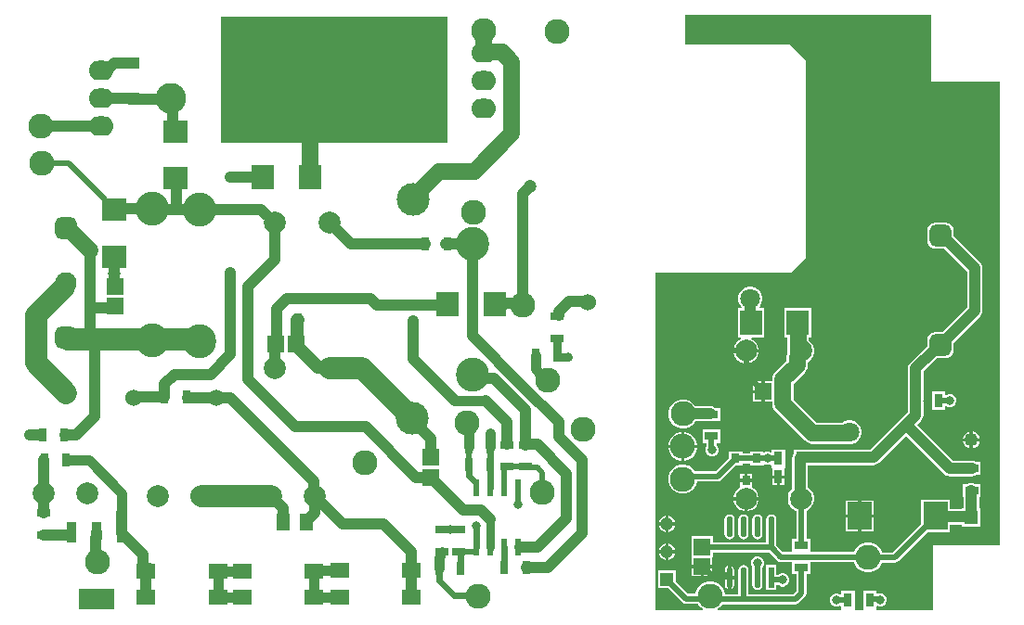
<source format=gbr>
%TF.GenerationSoftware,Altium Limited,Altium Designer,21.6.4 (81)*%
G04 Layer_Physical_Order=2*
G04 Layer_Color=16711680*
%FSLAX43Y43*%
%MOMM*%
%TF.SameCoordinates,100B324C-8CEB-4A13-B8D1-7C84912F4746*%
%TF.FilePolarity,Positive*%
%TF.FileFunction,Copper,L2,Bot,Signal*%
%TF.Part,Single*%
G01*
G75*
%TA.AperFunction,Conductor*%
%ADD15C,2.000*%
%ADD16C,1.500*%
%ADD17C,1.000*%
%ADD18C,0.500*%
%ADD19C,1.200*%
%ADD20C,0.800*%
%TA.AperFunction,ComponentPad*%
%ADD29C,2.000*%
%TA.AperFunction,TestPad*%
%ADD30C,2.000*%
%ADD31C,2.286*%
%TA.AperFunction,ComponentPad*%
%ADD32C,3.000*%
%TA.AperFunction,TestPad*%
%ADD33C,1.524*%
%TA.AperFunction,ComponentPad*%
%ADD34C,2.286*%
%ADD35O,3.000X3.100*%
%TA.AperFunction,TestPad*%
G04:AMPARAMS|DCode=36|XSize=1.95mm|YSize=1.95mm|CornerRadius=0.488mm|HoleSize=0mm|Usage=FLASHONLY|Rotation=270.000|XOffset=0mm|YOffset=0mm|HoleType=Round|Shape=RoundedRectangle|*
%AMROUNDEDRECTD36*
21,1,1.950,0.975,0,0,270.0*
21,1,0.975,1.950,0,0,270.0*
1,1,0.975,-0.488,-0.488*
1,1,0.975,-0.488,0.488*
1,1,0.975,0.488,0.488*
1,1,0.975,0.488,-0.488*
%
%ADD36ROUNDEDRECTD36*%
%ADD37C,1.950*%
%ADD38O,2.286X1.778*%
%ADD39C,4.572*%
%TA.AperFunction,ComponentPad*%
%ADD40C,2.794*%
%ADD41O,2.286X1.778*%
%TA.AperFunction,TestPad*%
%ADD42R,1.200X1.200*%
%ADD43C,1.200*%
%ADD44R,1.250X1.250*%
%ADD45C,1.250*%
%TA.AperFunction,ViaPad*%
%ADD46C,0.800*%
%ADD47C,1.800*%
%ADD48C,1.200*%
%TA.AperFunction,SMDPad,CuDef*%
%ADD49R,0.800X0.900*%
%ADD50R,0.800X1.250*%
%ADD51R,0.600X1.500*%
%ADD52R,2.200X2.500*%
%ADD53R,1.250X0.800*%
%TA.AperFunction,TestPad*%
%ADD54R,2.000X2.300*%
%TA.AperFunction,SMDPad,CuDef*%
%ADD55R,2.300X2.000*%
%ADD56R,1.800X1.450*%
%ADD57R,1.600X1.000*%
%TA.AperFunction,ConnectorPad*%
%ADD58R,3.250X1.900*%
%ADD59R,0.950X1.900*%
%TA.AperFunction,SMDPad,CuDef*%
%ADD60R,0.543X1.874*%
G04:AMPARAMS|DCode=61|XSize=1.874mm|YSize=0.543mm|CornerRadius=0.272mm|HoleSize=0mm|Usage=FLASHONLY|Rotation=90.000|XOffset=0mm|YOffset=0mm|HoleType=Round|Shape=RoundedRectangle|*
%AMROUNDEDRECTD61*
21,1,1.874,0.000,0,0,90.0*
21,1,1.331,0.543,0,0,90.0*
1,1,0.543,0.000,0.665*
1,1,0.543,0.000,-0.665*
1,1,0.543,0.000,-0.665*
1,1,0.543,0.000,0.665*
%
%ADD61ROUNDEDRECTD61*%
%ADD62R,1.556X1.505*%
%ADD63R,1.207X1.508*%
%ADD64R,2.000X2.300*%
%ADD65R,1.505X1.556*%
%TA.AperFunction,Conductor*%
%ADD66C,0.900*%
%ADD67C,0.600*%
%ADD68C,0.300*%
%ADD69C,0.510*%
%ADD70R,2.134X3.023*%
%ADD71R,3.496X3.574*%
%ADD72R,4.434X4.572*%
%ADD73R,3.040X3.937*%
%ADD74R,20.701X11.557*%
%ADD75R,2.479X2.390*%
%ADD76R,2.476X2.286*%
G36*
X84404Y48630D02*
X84455Y48579D01*
X90667D01*
X90667Y6272D01*
X84545D01*
Y331D01*
X79417Y329D01*
X79400Y456D01*
Y650D01*
X79506Y720D01*
X79617Y674D01*
X79855D01*
X80076Y766D01*
X80245Y935D01*
X80336Y1155D01*
Y1394D01*
X80245Y1614D01*
X80076Y1783D01*
X79855Y1874D01*
X79617D01*
X79506Y1828D01*
X79400Y1899D01*
Y2099D01*
X78200D01*
Y456D01*
X78200Y449D01*
X78184Y329D01*
X77416Y329D01*
X77400Y456D01*
Y2099D01*
X76200D01*
Y1811D01*
X76083Y1749D01*
X75862Y1840D01*
X75623D01*
X75403Y1749D01*
X75234Y1580D01*
X75143Y1360D01*
Y1121D01*
X75234Y901D01*
X75403Y732D01*
X75623Y640D01*
X75862D01*
X76083Y732D01*
X76200Y670D01*
Y456D01*
X76200Y449D01*
X76185Y329D01*
X64945Y326D01*
X64911Y453D01*
X65061Y540D01*
X65311Y790D01*
X65353Y862D01*
X71985D01*
X72160Y897D01*
X72309Y996D01*
X72867Y1554D01*
X72966Y1703D01*
X73001Y1879D01*
Y3635D01*
X73368D01*
Y4700D01*
X77346D01*
X77362Y4641D01*
X77538Y4335D01*
X77788Y4085D01*
X78095Y3908D01*
X78436Y3816D01*
X78790D01*
X79131Y3908D01*
X79438Y4085D01*
X79688Y4335D01*
X79864Y4641D01*
X79866Y4647D01*
X81077D01*
X81252Y4682D01*
X81401Y4781D01*
X84086Y7465D01*
X86081D01*
Y8136D01*
X87211D01*
Y7944D01*
X88861D01*
Y9594D01*
X88761D01*
Y10643D01*
X88899D01*
Y11843D01*
X88390D01*
X88238Y11906D01*
X88055Y11930D01*
X87872Y11906D01*
X87720Y11843D01*
X87249D01*
Y10643D01*
X87349D01*
Y9594D01*
X87211D01*
Y9548D01*
X86081D01*
Y10365D01*
X83481D01*
Y8158D01*
X80887Y5564D01*
X79895D01*
X79864Y5678D01*
X79688Y5984D01*
X79438Y6234D01*
X79131Y6411D01*
X78790Y6502D01*
X78436D01*
X78095Y6411D01*
X77788Y6234D01*
X77538Y5984D01*
X77362Y5678D01*
X77346Y5618D01*
X73488D01*
X73368Y5635D01*
X73368Y5745D01*
Y6835D01*
X73001D01*
Y9404D01*
X73237Y9540D01*
X73460Y9763D01*
X73618Y10037D01*
X73700Y10342D01*
Y10658D01*
X73618Y10963D01*
X73460Y11237D01*
X73237Y11460D01*
X73121Y11527D01*
Y12487D01*
Y13563D01*
X79141D01*
X79323Y13587D01*
X79494Y13658D01*
X79640Y13770D01*
X82093Y16223D01*
X85572Y12744D01*
X85718Y12631D01*
X85888Y12561D01*
X86071Y12537D01*
X88074D01*
X88257Y12561D01*
X88427Y12631D01*
X88442Y12643D01*
X88899D01*
Y13843D01*
X88442D01*
X88427Y13854D01*
X88257Y13925D01*
X88074Y13949D01*
X86364D01*
X83091Y17221D01*
X83456Y17586D01*
X83568Y17732D01*
X83638Y17902D01*
X83662Y18085D01*
Y19331D01*
X83646Y19456D01*
X83662Y19581D01*
Y22090D01*
X84907Y23334D01*
X85722D01*
X85901Y23358D01*
X86069Y23427D01*
X86212Y23537D01*
X86322Y23681D01*
X86392Y23848D01*
X86415Y24027D01*
Y24697D01*
X88866Y27148D01*
X88978Y27294D01*
X89049Y27464D01*
X89073Y27647D01*
Y31547D01*
X89049Y31730D01*
X88978Y31900D01*
X88866Y32046D01*
X86415Y34497D01*
Y34984D01*
X86392Y35164D01*
X86322Y35331D01*
X86212Y35474D01*
X86069Y35585D01*
X85901Y35654D01*
X85722Y35677D01*
X84747D01*
X84567Y35654D01*
X84400Y35585D01*
X84257Y35474D01*
X84146Y35331D01*
X84077Y35164D01*
X84053Y34984D01*
Y34009D01*
X84077Y33830D01*
X84146Y33662D01*
X84257Y33519D01*
X84400Y33409D01*
X84567Y33339D01*
X84747Y33316D01*
X85599D01*
X87661Y31254D01*
Y27939D01*
X85417Y25696D01*
X84747D01*
X84567Y25672D01*
X84400Y25603D01*
X84257Y25493D01*
X84146Y25349D01*
X84077Y25182D01*
X84053Y25002D01*
Y24478D01*
X82457Y22881D01*
X82345Y22735D01*
X82274Y22565D01*
X82250Y22382D01*
Y19581D01*
X82267Y19456D01*
X82250Y19331D01*
Y18377D01*
X81594Y17720D01*
X78848Y14975D01*
X73047D01*
Y14998D01*
X71846D01*
Y14582D01*
X71804Y14526D01*
X71733Y14356D01*
X71709Y14173D01*
Y12487D01*
Y11406D01*
X71540Y11237D01*
X71382Y10963D01*
X71300Y10658D01*
Y10342D01*
X71382Y10037D01*
X71540Y9763D01*
X71763Y9540D01*
X72037Y9382D01*
X72084Y9369D01*
Y6835D01*
X71718D01*
X71718Y5635D01*
X71598Y5618D01*
X70875D01*
X70258Y6235D01*
Y7148D01*
X70280Y7259D01*
Y8590D01*
X70244Y8774D01*
X70139Y8930D01*
X69983Y9034D01*
X69799Y9071D01*
X69615Y9034D01*
X69459Y8930D01*
X69355Y8774D01*
X69318Y8590D01*
Y7259D01*
X69340Y7148D01*
Y6504D01*
X64469D01*
Y7071D01*
X62513D01*
Y5166D01*
X62563D01*
Y4467D01*
X63491D01*
X64419D01*
Y5166D01*
X64469D01*
Y5586D01*
X69609D01*
X70361Y4835D01*
X70510Y4735D01*
X70685Y4700D01*
X71718D01*
Y3635D01*
X72084D01*
Y2069D01*
X71795Y1780D01*
X67710D01*
Y2474D01*
X67740Y2627D01*
Y3958D01*
X67704Y4142D01*
X67599Y4298D01*
X67443Y4402D01*
X67259Y4439D01*
X67075Y4402D01*
X66919Y4298D01*
X66815Y4142D01*
X66778Y3958D01*
Y2627D01*
X66792Y2558D01*
Y1780D01*
X65580D01*
Y1791D01*
X65488Y2133D01*
X65311Y2439D01*
X65061Y2689D01*
X64755Y2866D01*
X64413Y2957D01*
X64060D01*
X63718Y2866D01*
X63412Y2689D01*
X63162Y2439D01*
X62985Y2133D01*
X62900Y1816D01*
X62238D01*
X61086Y2968D01*
Y3919D01*
X59486D01*
Y2319D01*
X60437D01*
X61723Y1033D01*
X61872Y933D01*
X62048Y898D01*
X63099D01*
X63162Y790D01*
X63412Y540D01*
X63562Y453D01*
X63528Y326D01*
X59323Y325D01*
X59233Y414D01*
Y530D01*
Y31166D01*
X71653D01*
X72983Y32495D01*
Y38761D01*
X73110Y38778D01*
X73166Y38566D01*
X73337Y38271D01*
X73577Y38031D01*
X73872Y37860D01*
X74201Y37772D01*
X74221D01*
Y39065D01*
Y40358D01*
X74201D01*
X73872Y40270D01*
X73577Y40100D01*
X73337Y39859D01*
X73166Y39564D01*
X73110Y39352D01*
X72983Y39369D01*
X72983Y50563D01*
X71546Y52000D01*
X61951Y52000D01*
X61951Y54667D01*
X84404D01*
Y48630D01*
D02*
G37*
%LPC*%
G36*
X85384Y40621D02*
Y39647D01*
X86359D01*
X86283Y39931D01*
X86135Y40187D01*
X85925Y40397D01*
X85669Y40545D01*
X85384Y40621D01*
D02*
G37*
G36*
X85084Y40621D02*
X84800Y40545D01*
X84544Y40397D01*
X84334Y40187D01*
X84186Y39931D01*
X84110Y39647D01*
X85084D01*
Y40621D01*
D02*
G37*
G36*
X74541Y40358D02*
X74521D01*
Y39215D01*
X75664D01*
Y39235D01*
X75576Y39564D01*
X75406Y39859D01*
X75165Y40100D01*
X74870Y40270D01*
X74541Y40358D01*
D02*
G37*
G36*
X86359Y39347D02*
X85384D01*
Y38372D01*
X85669Y38448D01*
X85925Y38596D01*
X86135Y38806D01*
X86283Y39062D01*
X86359Y39347D01*
D02*
G37*
G36*
X85084D02*
X84110D01*
X84186Y39062D01*
X84334Y38806D01*
X84544Y38596D01*
X84800Y38448D01*
X85084Y38372D01*
Y39347D01*
D02*
G37*
G36*
X75664Y38915D02*
X74521D01*
Y37772D01*
X74541D01*
X74870Y37860D01*
X75165Y38031D01*
X75406Y38271D01*
X75576Y38566D01*
X75664Y38895D01*
Y38915D01*
D02*
G37*
G36*
X85384Y30639D02*
Y29665D01*
X86359D01*
X86283Y29949D01*
X86135Y30206D01*
X85925Y30415D01*
X85669Y30563D01*
X85384Y30639D01*
D02*
G37*
G36*
X85084Y30639D02*
X84800Y30563D01*
X84544Y30415D01*
X84334Y30206D01*
X84186Y29949D01*
X84110Y29665D01*
X85084D01*
Y30639D01*
D02*
G37*
G36*
X60711Y29302D02*
Y28548D01*
X61465D01*
X61410Y28750D01*
X61290Y28958D01*
X61121Y29127D01*
X60913Y29247D01*
X60711Y29302D01*
D02*
G37*
G36*
X60411D02*
X60209Y29247D01*
X60001Y29127D01*
X59831Y28958D01*
X59711Y28750D01*
X59657Y28548D01*
X60411D01*
Y29302D01*
D02*
G37*
G36*
X85084Y29365D02*
X84110D01*
X84186Y29081D01*
X84334Y28824D01*
X84544Y28615D01*
X84800Y28466D01*
X85084Y28390D01*
Y29365D01*
D02*
G37*
G36*
X86359D02*
X85384D01*
Y28390D01*
X85669Y28466D01*
X85925Y28615D01*
X86135Y28824D01*
X86283Y29081D01*
X86359Y29365D01*
D02*
G37*
G36*
X61465Y28248D02*
X60711D01*
Y27494D01*
X60913Y27548D01*
X61121Y27668D01*
X61290Y27838D01*
X61410Y28046D01*
X61465Y28248D01*
D02*
G37*
G36*
X60411D02*
X59657D01*
X59711Y28046D01*
X59831Y27838D01*
X60001Y27668D01*
X60209Y27548D01*
X60411Y27494D01*
Y28248D01*
D02*
G37*
G36*
X68039Y29853D02*
X67749D01*
X67470Y29778D01*
X67219Y29633D01*
X67014Y29428D01*
X66869Y29177D01*
X66794Y28898D01*
Y28608D01*
X66869Y28328D01*
X67014Y28077D01*
X67081Y28010D01*
X67032Y27893D01*
X66729D01*
Y25193D01*
X66985D01*
X67049Y25078D01*
X67046Y25066D01*
X66794Y24920D01*
X66580Y24706D01*
X66428Y24444D01*
X66350Y24151D01*
Y24150D01*
X67500D01*
X68650D01*
Y24151D01*
X68572Y24444D01*
X68420Y24706D01*
X68206Y24920D01*
X67954Y25066D01*
X67951Y25078D01*
X68015Y25193D01*
X69129D01*
Y27893D01*
X68770D01*
X68717Y28020D01*
X68774Y28077D01*
X68919Y28328D01*
X68994Y28608D01*
Y28898D01*
X68919Y29177D01*
X68774Y29428D01*
X68570Y29633D01*
X68319Y29778D01*
X68039Y29853D01*
D02*
G37*
G36*
X68650Y23850D02*
X67650D01*
Y22850D01*
X67651D01*
X67944Y22928D01*
X68206Y23080D01*
X68420Y23294D01*
X68572Y23556D01*
X68650Y23849D01*
Y23850D01*
D02*
G37*
G36*
X67350D02*
X66350D01*
Y23849D01*
X66428Y23556D01*
X66580Y23294D01*
X66794Y23080D01*
X67056Y22928D01*
X67349Y22850D01*
X67350D01*
Y23850D01*
D02*
G37*
G36*
X68901Y21197D02*
X68148D01*
Y20419D01*
X68901D01*
Y21197D01*
D02*
G37*
G36*
Y20119D02*
X68148D01*
Y19341D01*
X68901D01*
Y20119D01*
D02*
G37*
G36*
X85623Y20281D02*
X84423D01*
Y18631D01*
X85623D01*
Y18927D01*
X85750Y18979D01*
X85764Y18965D01*
X85984Y18874D01*
X86223D01*
X86444Y18965D01*
X86612Y19134D01*
X86704Y19354D01*
Y19593D01*
X86612Y19814D01*
X86444Y19982D01*
X86223Y20074D01*
X85984D01*
X85764Y19982D01*
X85750Y19969D01*
X85623Y20020D01*
Y20281D01*
D02*
G37*
G36*
X61924Y19579D02*
X61571D01*
X61229Y19487D01*
X60923Y19311D01*
X60673Y19061D01*
X60496Y18754D01*
X60404Y18413D01*
Y18059D01*
X60496Y17718D01*
X60673Y17411D01*
X60923Y17161D01*
X61229Y16985D01*
X61571Y16893D01*
X61924D01*
X62266Y16985D01*
X62572Y17161D01*
X62822Y17411D01*
X62906Y17557D01*
X64213D01*
X64396Y17581D01*
X64443Y17600D01*
X65163D01*
Y18800D01*
X64662D01*
X64566Y18874D01*
X64396Y18945D01*
X64213Y18969D01*
X62875D01*
X62822Y19061D01*
X62572Y19311D01*
X62266Y19487D01*
X61924Y19579D01*
D02*
G37*
G36*
X88186Y16631D02*
Y16019D01*
X88799D01*
X88759Y16168D01*
X88657Y16345D01*
X88512Y16489D01*
X88336Y16591D01*
X88186Y16631D01*
D02*
G37*
G36*
X87886Y16631D02*
X87737Y16591D01*
X87561Y16489D01*
X87416Y16345D01*
X87314Y16168D01*
X87274Y16019D01*
X87886D01*
Y16631D01*
D02*
G37*
G36*
X73429Y27893D02*
X71029D01*
Y25193D01*
X71280D01*
Y23852D01*
X71227Y23724D01*
X71195Y23476D01*
Y23070D01*
X70177Y22053D01*
X70025Y21855D01*
X69929Y21624D01*
X69896Y21375D01*
Y21197D01*
X69201D01*
Y20269D01*
Y19341D01*
X69896D01*
Y19175D01*
X69929Y18927D01*
X70025Y18696D01*
X70177Y18497D01*
X72893Y15782D01*
X73091Y15629D01*
X73323Y15534D01*
X73571Y15501D01*
X76621D01*
X76792Y15455D01*
X77081D01*
X77361Y15530D01*
X77612Y15675D01*
X77817Y15880D01*
X77962Y16131D01*
X78037Y16410D01*
Y16700D01*
X77962Y16980D01*
X77817Y17231D01*
X77612Y17435D01*
X77361Y17580D01*
X77081Y17655D01*
X76792D01*
X76512Y17580D01*
X76261Y17435D01*
X76243Y17417D01*
X73967D01*
X71813Y19572D01*
Y20267D01*
X71813Y20269D01*
X71813Y20272D01*
Y20979D01*
X72830Y21996D01*
X72983Y22194D01*
X73078Y22426D01*
X73111Y22674D01*
Y22967D01*
X73237Y23040D01*
X73460Y23263D01*
X73618Y23537D01*
X73700Y23842D01*
Y24158D01*
X73618Y24463D01*
X73460Y24737D01*
X73237Y24960D01*
X73197Y24983D01*
Y25193D01*
X73429D01*
Y27893D01*
D02*
G37*
G36*
X61892Y16558D02*
X61872D01*
Y15415D01*
X63015D01*
Y15436D01*
X62927Y15764D01*
X62757Y16059D01*
X62516Y16300D01*
X62221Y16470D01*
X61892Y16558D01*
D02*
G37*
G36*
X61572D02*
X61552D01*
X61223Y16470D01*
X60928Y16300D01*
X60687Y16059D01*
X60517Y15764D01*
X60429Y15436D01*
Y15415D01*
X61572D01*
Y16558D01*
D02*
G37*
G36*
X87886Y15719D02*
X87274D01*
X87314Y15570D01*
X87416Y15393D01*
X87561Y15249D01*
X87737Y15147D01*
X87886Y15107D01*
Y15719D01*
D02*
G37*
G36*
X88799D02*
X88186D01*
Y15107D01*
X88336Y15147D01*
X88512Y15249D01*
X88657Y15393D01*
X88759Y15570D01*
X88799Y15719D01*
D02*
G37*
G36*
X71047Y14998D02*
X69846D01*
Y14793D01*
X69719Y14712D01*
X69571Y14773D01*
X69332D01*
X69180Y14710D01*
X69053Y14789D01*
Y14823D01*
X67853D01*
Y14632D01*
X67153D01*
Y14823D01*
X65953D01*
Y14222D01*
X64734Y13003D01*
X62863D01*
X62797Y13118D01*
X62547Y13368D01*
X62240Y13545D01*
X61899Y13637D01*
X61545D01*
X61204Y13545D01*
X60897Y13368D01*
X60647Y13118D01*
X60471Y12812D01*
X60379Y12470D01*
Y12117D01*
X60471Y11775D01*
X60647Y11469D01*
X60897Y11219D01*
X61204Y11042D01*
X61545Y10951D01*
X61899D01*
X62240Y11042D01*
X62547Y11219D01*
X62797Y11469D01*
X62973Y11775D01*
X63057Y12085D01*
X64924D01*
X65100Y12120D01*
X65248Y12220D01*
X66552Y13523D01*
X67153D01*
Y13714D01*
X67853D01*
Y13523D01*
X69053D01*
Y13557D01*
X69180Y13636D01*
X69332Y13573D01*
X69571D01*
X69719Y13635D01*
X69846Y13553D01*
X69846Y13348D01*
X69896Y13242D01*
X69896Y13221D01*
Y12637D01*
X70996D01*
X70996Y13242D01*
X71047Y13348D01*
X71047Y13368D01*
Y14998D01*
D02*
G37*
G36*
X65163Y16800D02*
X63513D01*
Y15600D01*
X63892D01*
Y15312D01*
X63855Y15275D01*
X63764Y15055D01*
Y14816D01*
X63855Y14595D01*
X64024Y14427D01*
X64244Y14335D01*
X64483D01*
X64703Y14427D01*
X64872Y14595D01*
X64964Y14816D01*
Y15055D01*
X64872Y15275D01*
X64810Y15338D01*
Y15600D01*
X65163D01*
Y16800D01*
D02*
G37*
G36*
X63015Y15115D02*
X61872D01*
Y13972D01*
X61892D01*
X62221Y14061D01*
X62516Y14231D01*
X62757Y14471D01*
X62927Y14766D01*
X63015Y15095D01*
Y15115D01*
D02*
G37*
G36*
X61572D02*
X60429D01*
Y15095D01*
X60517Y14766D01*
X60687Y14471D01*
X60928Y14231D01*
X61223Y14061D01*
X61552Y13972D01*
X61572D01*
Y15115D01*
D02*
G37*
G36*
X68053Y12773D02*
X67653D01*
Y12323D01*
X68053D01*
Y12773D01*
D02*
G37*
G36*
X67353D02*
X66953D01*
Y12323D01*
X67353D01*
Y12773D01*
D02*
G37*
G36*
X70996Y12337D02*
X70596D01*
Y11712D01*
X70996D01*
Y12337D01*
D02*
G37*
G36*
X70297D02*
X69896D01*
Y11712D01*
X70297D01*
Y12337D01*
D02*
G37*
G36*
X68053Y12023D02*
X67503D01*
X66953D01*
Y11573D01*
X66887Y11474D01*
X66794Y11420D01*
X66580Y11206D01*
X66428Y10944D01*
X66350Y10651D01*
Y10650D01*
X67500D01*
X68650D01*
Y10651D01*
X68572Y10944D01*
X68420Y11206D01*
X68206Y11420D01*
X68116Y11472D01*
X68053Y11573D01*
Y12023D01*
D02*
G37*
G36*
X68650Y10350D02*
X67650D01*
Y9350D01*
X67651D01*
X67944Y9428D01*
X68206Y9580D01*
X68420Y9794D01*
X68572Y10056D01*
X68650Y10349D01*
Y10350D01*
D02*
G37*
G36*
X67350D02*
X66350D01*
Y10349D01*
X66428Y10056D01*
X66580Y9794D01*
X66794Y9580D01*
X67056Y9428D01*
X67349Y9350D01*
X67350D01*
Y10350D01*
D02*
G37*
G36*
X79131Y10315D02*
X78031D01*
Y9065D01*
X79131D01*
Y10315D01*
D02*
G37*
G36*
X77731D02*
X76631D01*
Y9065D01*
X77731D01*
Y10315D01*
D02*
G37*
G36*
X60436Y8935D02*
Y8349D01*
X61022D01*
X60985Y8489D01*
X60886Y8660D01*
X60746Y8799D01*
X60575Y8898D01*
X60436Y8935D01*
D02*
G37*
G36*
X60136D02*
X59996Y8898D01*
X59825Y8799D01*
X59686Y8660D01*
X59587Y8489D01*
X59549Y8349D01*
X60136D01*
Y8935D01*
D02*
G37*
G36*
X79131Y8765D02*
X78031D01*
Y7515D01*
X79131D01*
Y8765D01*
D02*
G37*
G36*
X77731D02*
X76631D01*
Y7515D01*
X77731D01*
Y8765D01*
D02*
G37*
G36*
X61022Y8049D02*
X60436D01*
Y7463D01*
X60575Y7500D01*
X60746Y7599D01*
X60886Y7739D01*
X60985Y7910D01*
X61022Y8049D01*
D02*
G37*
G36*
X60136D02*
X59549D01*
X59587Y7910D01*
X59686Y7739D01*
X59825Y7599D01*
X59996Y7500D01*
X60136Y7463D01*
Y8049D01*
D02*
G37*
G36*
X68529Y9071D02*
X68345Y9034D01*
X68189Y8930D01*
X68085Y8774D01*
X68048Y8590D01*
Y7259D01*
X68085Y7075D01*
X68189Y6919D01*
X68345Y6815D01*
X68529Y6779D01*
X68713Y6815D01*
X68869Y6919D01*
X68974Y7075D01*
X69010Y7259D01*
Y8590D01*
X68974Y8774D01*
X68869Y8930D01*
X68713Y9034D01*
X68529Y9071D01*
D02*
G37*
G36*
X67259D02*
X67075Y9034D01*
X66919Y8930D01*
X66815Y8774D01*
X66778Y8590D01*
Y7259D01*
X66815Y7075D01*
X66919Y6919D01*
X67075Y6815D01*
X67259Y6779D01*
X67443Y6815D01*
X67599Y6919D01*
X67704Y7075D01*
X67740Y7259D01*
Y8590D01*
X67704Y8774D01*
X67599Y8930D01*
X67443Y9034D01*
X67259Y9071D01*
D02*
G37*
G36*
X65989D02*
X65805Y9034D01*
X65649Y8930D01*
X65545Y8774D01*
X65508Y8590D01*
Y7259D01*
X65545Y7075D01*
X65649Y6919D01*
X65805Y6815D01*
X65989Y6779D01*
X66173Y6815D01*
X66329Y6919D01*
X66434Y7075D01*
X66470Y7259D01*
Y8590D01*
X66434Y8774D01*
X66329Y8930D01*
X66173Y9034D01*
X65989Y9071D01*
D02*
G37*
G36*
X60436Y6395D02*
Y5809D01*
X61022D01*
X60985Y5949D01*
X60886Y6120D01*
X60746Y6259D01*
X60575Y6358D01*
X60436Y6395D01*
D02*
G37*
G36*
X60136D02*
X59996Y6358D01*
X59825Y6259D01*
X59686Y6120D01*
X59587Y5949D01*
X59549Y5809D01*
X60136D01*
Y6395D01*
D02*
G37*
G36*
X61022Y5509D02*
X60436D01*
Y4923D01*
X60575Y4960D01*
X60746Y5059D01*
X60886Y5199D01*
X60985Y5370D01*
X61022Y5509D01*
D02*
G37*
G36*
X60136D02*
X59549D01*
X59587Y5370D01*
X59686Y5199D01*
X59825Y5059D01*
X59996Y4960D01*
X60136Y4923D01*
Y5509D01*
D02*
G37*
G36*
X66139Y4358D02*
Y3443D01*
X66419D01*
Y3958D01*
X66386Y4123D01*
X66293Y4262D01*
X66154Y4355D01*
X66139Y4358D01*
D02*
G37*
G36*
X65839Y4358D02*
X65825Y4355D01*
X65685Y4262D01*
X65592Y4123D01*
X65559Y3958D01*
Y3443D01*
X65839D01*
Y4358D01*
D02*
G37*
G36*
X64419Y4167D02*
X63641D01*
Y3415D01*
X64419D01*
Y4167D01*
D02*
G37*
G36*
X63341D02*
X62563D01*
Y3415D01*
X63341D01*
Y4167D01*
D02*
G37*
G36*
X70271Y4430D02*
X69328D01*
Y2156D01*
X70271D01*
Y2615D01*
X70448D01*
X70498Y2565D01*
X70719Y2474D01*
X70957D01*
X71178Y2565D01*
X71347Y2734D01*
X71438Y2955D01*
Y3193D01*
X71347Y3414D01*
X71178Y3583D01*
X70957Y3674D01*
X70719D01*
X70498Y3583D01*
X70448Y3533D01*
X70271D01*
Y4430D01*
D02*
G37*
G36*
X65839Y3143D02*
X65559D01*
Y2627D01*
X65592Y2463D01*
X65685Y2323D01*
X65825Y2230D01*
X65839Y2227D01*
Y3143D01*
D02*
G37*
G36*
X66419D02*
X66139D01*
Y2227D01*
X66154Y2230D01*
X66293Y2323D01*
X66386Y2463D01*
X66419Y2627D01*
Y3143D01*
D02*
G37*
G36*
X68649Y5223D02*
X68410D01*
X68189Y5131D01*
X68021Y4963D01*
X67929Y4742D01*
Y4503D01*
X68021Y4283D01*
X68070Y4233D01*
Y4069D01*
X68048Y3958D01*
Y2627D01*
X68085Y2443D01*
X68189Y2287D01*
X68345Y2183D01*
X68529Y2146D01*
X68713Y2183D01*
X68869Y2287D01*
X68974Y2443D01*
X69010Y2627D01*
Y3958D01*
X68988Y4069D01*
Y4233D01*
X69038Y4283D01*
X69129Y4503D01*
Y4742D01*
X69038Y4963D01*
X68869Y5131D01*
X68649Y5223D01*
D02*
G37*
%LPD*%
D15*
X8052Y25029D02*
X17536D01*
X2769Y27252D02*
X5275Y29758D01*
X5642Y25029D02*
X8052D01*
X2769Y22903D02*
Y27252D01*
X24143Y10744D02*
X24194Y10693D01*
X17868Y10744D02*
X24143D01*
X29486Y22384D02*
X32486D01*
X37059Y17811D01*
X2769Y22903D02*
X5500Y20171D01*
D16*
X5500Y35175D02*
X5725Y34950D01*
X5901D01*
X7645Y33206D01*
X5275Y29758D02*
Y29828D01*
X5500Y30053D01*
Y30175D01*
X27728Y39853D02*
Y45466D01*
Y39853D02*
X27762Y39887D01*
X39522Y40386D02*
X42735D01*
X37109Y37973D02*
X39522Y40386D01*
X42735D02*
X46152Y43803D01*
X70855Y19175D02*
X73571Y16459D01*
X76841D02*
X76937Y16555D01*
X73571Y16459D02*
X76841D01*
X70852Y20269D02*
X70855Y20267D01*
Y19175D02*
Y20267D01*
Y20272D02*
Y21375D01*
X72153Y22674D02*
Y23476D01*
X70852Y20269D02*
X70855Y20272D01*
Y21375D02*
X72153Y22674D01*
Y23476D02*
X72248Y23571D01*
X72239Y23597D02*
Y26533D01*
X72229Y26543D02*
X72239Y26533D01*
X43568Y51243D02*
X43580Y51255D01*
X43568Y51243D02*
Y53227D01*
X43557Y51232D02*
X43568Y51243D01*
Y53227D02*
X43580Y53238D01*
X45273Y51255D02*
X46152Y50376D01*
X43580Y51255D02*
X45273D01*
X46152Y43803D02*
Y50376D01*
X37109Y37786D02*
Y37973D01*
D17*
X52984Y28499D02*
X53061Y28423D01*
X50399Y27541D02*
X51357Y28499D01*
X52984D01*
X50399Y27262D02*
Y27541D01*
X12778Y1467D02*
Y3917D01*
X12523Y4142D02*
X13075D01*
X10592Y7341D02*
X12523Y5409D01*
X10592Y7341D02*
Y9199D01*
X12523Y4142D02*
Y5409D01*
X41746Y9449D02*
X43320D01*
X44171Y8598D01*
X48485Y6067D02*
X51130Y8712D01*
X48479Y15453D02*
X51130Y12802D01*
Y8712D02*
Y12802D01*
X50444Y16130D02*
Y17521D01*
X52578Y7331D02*
Y13996D01*
X50444Y16130D02*
X52578Y13996D01*
X49426Y4179D02*
X52578Y7331D01*
X42871Y21487D02*
X42901Y21457D01*
X45669Y15514D02*
Y17492D01*
X43730Y19431D02*
X45669Y17492D01*
X44532Y21457D02*
X47396Y18593D01*
X42901Y21457D02*
X44532D01*
X47444Y15453D02*
X48479D01*
X47396Y15406D02*
Y18593D01*
X3200Y16332D02*
X3200Y16332D01*
X2184Y16332D02*
X3200D01*
X20472Y19669D02*
X28053Y12088D01*
Y10834D02*
X28194Y10693D01*
X19193Y19669D02*
X20472D01*
X28053Y10834D02*
Y12088D01*
X7645Y27940D02*
Y33206D01*
X8211Y4866D02*
Y6932D01*
X8230Y6951D02*
Y7376D01*
X8211Y4866D02*
X8382Y4695D01*
X8211Y6932D02*
X8230Y6951D01*
Y7376D02*
X8255Y7401D01*
X9906Y29958D02*
Y32588D01*
X3400Y7193D02*
X5728D01*
X30709Y8179D02*
X34392D01*
X36955Y3970D02*
Y5615D01*
X34392Y8179D02*
X36955Y5615D01*
Y1520D02*
Y3970D01*
X28194Y10693D02*
X30709Y8179D01*
X5615Y25286D02*
X7171D01*
X7645Y25761D02*
Y27940D01*
X5500Y25171D02*
X5615Y25286D01*
X7171D02*
X7645Y25761D01*
X85794Y34120D02*
X88367Y31547D01*
X85234Y34595D02*
X85709Y34120D01*
X85794D01*
X88367Y27647D02*
Y31547D01*
X72415Y12487D02*
Y14173D01*
Y10500D02*
Y12487D01*
X26388Y17071D02*
X32784D01*
X22094Y21366D02*
Y29894D01*
Y21366D02*
X26388Y17071D01*
X20486Y39853D02*
X23428D01*
X18663Y21838D02*
X20486Y23661D01*
Y31115D01*
X15335Y21838D02*
X18663D01*
X14469Y19787D02*
Y20971D01*
X15335Y21838D01*
X11793Y19795D02*
X14324D01*
X22094Y29894D02*
X24486Y32286D01*
X16569Y19725D02*
X19138D01*
X28143Y10643D02*
X28194Y10693D01*
X37109Y23303D02*
X40981Y19431D01*
X42570Y25395D02*
X47121Y20722D01*
X37109Y23303D02*
Y26756D01*
X38710Y14261D02*
Y15977D01*
X37059Y17627D02*
X38710Y15977D01*
X46914Y6067D02*
X48485D01*
X47127Y20716D02*
X50294Y17671D01*
X24194Y10693D02*
X25289Y9598D01*
Y8357D02*
Y9598D01*
X42570Y25395D02*
Y33788D01*
X6388Y16332D02*
X8103Y18047D01*
Y24978D01*
X5418Y16332D02*
X6388D01*
X29486Y35738D02*
X31486Y33738D01*
X38268D01*
X24486Y32286D02*
Y35738D01*
X37395Y12460D02*
X38735D01*
X32784Y17071D02*
X37395Y12460D01*
X33816Y28211D02*
X40242D01*
X33249Y28778D02*
X33816Y28211D01*
X49133Y20718D02*
X49133D01*
X49454Y20974D02*
Y21311D01*
X47431Y4179D02*
X49426D01*
X5500Y25171D02*
X5642Y25029D01*
X17536D02*
X17678Y24886D01*
X7645Y27940D02*
X9842D01*
X9982Y28081D01*
X15037Y47015D02*
X15239Y46813D01*
Y44239D02*
Y46813D01*
Y44239D02*
X15443Y44035D01*
X11354Y46990D02*
X15011D01*
X15570Y36924D02*
X17640D01*
X15070Y39887D02*
X15570Y39387D01*
X14636Y36924D02*
X15570D01*
Y39387D01*
X15037Y39735D02*
X15070D01*
X13335Y36963D02*
X14636D01*
X17640Y36924D02*
X17678Y36886D01*
X24727Y24688D02*
Y27860D01*
X24626Y24587D02*
X24727Y24688D01*
X24556Y24517D02*
X24626Y24587D01*
X9981Y36963D02*
X13335D01*
X23287Y36936D02*
X24486Y35738D01*
X17728Y36936D02*
X23287D01*
X38735Y12460D02*
X41746Y9449D01*
X61774Y18263D02*
X64213D01*
X79141Y14269D02*
X82093Y17221D01*
X72447Y14173D02*
X72542Y14269D01*
X79141D01*
X84854Y8842D02*
X87963D01*
X88036Y8769D01*
X84781Y8915D02*
X84854Y8842D01*
X82093Y17221D02*
X82956Y18085D01*
X82093Y17221D02*
X86071Y13243D01*
X88074D01*
X88055Y8788D02*
Y11224D01*
X82956Y18085D02*
Y19331D01*
Y19581D02*
Y22382D01*
X84614Y24040D01*
X85234Y24515D02*
X88367Y27647D01*
X84759Y24040D02*
X85234Y24515D01*
X84614Y24040D02*
X84759D01*
X67735Y27086D02*
X67805D01*
X67911Y27193D02*
Y28736D01*
X67805Y27086D02*
X67911Y27193D01*
X67894Y28753D02*
X67911Y28736D01*
X25645Y28778D02*
X33249D01*
X24727Y27860D02*
X25645Y28778D01*
X24486Y22384D02*
X24556Y22454D01*
Y24517D01*
X8687Y49555D02*
X9162D01*
X9873Y50266D02*
X11430D01*
X9162Y49555D02*
X9873Y50266D01*
X11252Y47092D02*
X11354Y46990D01*
X8687Y47015D02*
X11252D01*
X47092Y38303D02*
X47803Y39014D01*
X47092Y28264D02*
Y38303D01*
X45517Y28327D02*
X47125D01*
X44587Y28256D02*
X45517D01*
X27391Y8507D02*
X27494Y8611D01*
X28143Y9196D02*
Y10643D01*
X27557Y8611D02*
X28143Y9196D01*
X27391Y8357D02*
Y8507D01*
X27494Y8611D02*
X27557D01*
X40268Y33738D02*
X40293Y33763D01*
X42545D02*
X42570Y33788D01*
X40293Y33763D02*
X42545D01*
X40116Y33782D02*
X40161Y33738D01*
X3226Y44475D02*
X8687D01*
X3444Y10974D02*
Y14019D01*
X3417Y10947D02*
X3444Y10974D01*
Y14019D02*
X3470Y14046D01*
X3408Y9202D02*
Y10939D01*
D18*
X41300Y5659D02*
X42851D01*
X42620Y21738D02*
X42871Y21487D01*
X42570Y21788D02*
X42620Y21738D01*
X47396Y15406D02*
X47444Y15453D01*
X3200Y16332D02*
X3318D01*
X81077Y5105D02*
X83887Y7915D01*
X78613Y5159D02*
X78667Y5105D01*
X81077D01*
X70685Y5159D02*
X78613D01*
X69799Y6045D02*
X69974Y5871D01*
X69799Y6045D02*
Y7925D01*
X69974Y5871D02*
X70685Y5159D01*
X63565Y6045D02*
X69799D01*
Y7925D02*
X69799Y7925D01*
X63491Y6119D02*
X63565Y6045D01*
X67251Y1338D02*
Y3356D01*
X67234Y1321D02*
X71985D01*
X64426D02*
X67234D01*
X67251Y1338D01*
Y3356D02*
X67259Y3364D01*
X71985Y1321D02*
X72543Y1879D01*
Y4235D01*
X72542Y6314D02*
Y10458D01*
X66403Y13973D02*
X66553Y14123D01*
X64924Y12544D02*
X66353Y13973D01*
X61973Y12544D02*
X64924D01*
X66553Y14123D02*
Y14173D01*
X66353Y13973D02*
X66403D01*
X66553Y14173D02*
X68453D01*
X61722Y12294D02*
X61973Y12544D01*
X67500Y21846D02*
Y24000D01*
X69051Y20269D02*
Y20295D01*
X67500Y21846D02*
X69051Y20295D01*
X64958Y24000D02*
X67500D01*
X60561Y28398D02*
X64958Y24000D01*
X40538Y7657D02*
X41298D01*
X39728D02*
X40538D01*
X41298D02*
X41300Y7659D01*
X39725Y7655D02*
X39728Y7657D01*
X37059Y17627D02*
Y17811D01*
X47124Y20719D02*
X47127Y20716D01*
X47121Y20722D02*
X47124Y20719D01*
X50294Y17671D02*
X50444Y17521D01*
X49261Y21311D02*
X49454D01*
X8052Y25029D02*
X8103Y24978D01*
X44168Y16459D02*
X44174Y16453D01*
Y15220D02*
X44180Y15214D01*
X42062Y15332D02*
X42180Y15214D01*
X46723Y9999D02*
Y11455D01*
X46711Y11467D02*
X46723Y11455D01*
Y9999D02*
X46736Y9986D01*
X42901Y6067D02*
X42913Y6080D01*
Y8039D02*
X42926Y8052D01*
X42901Y5709D02*
Y6067D01*
X42851Y5659D02*
X42901Y5709D01*
X9006Y37638D02*
X9681Y36963D01*
X5715Y41097D02*
X9006Y37806D01*
X3293Y41097D02*
X5715D01*
X9681Y36963D02*
X9850D01*
X9006Y37638D02*
Y37806D01*
X48449Y13373D02*
X48946Y12876D01*
X47430Y13373D02*
X48449D01*
X48946Y11049D02*
Y12876D01*
X47396Y13406D02*
X47430Y13373D01*
X47396Y13406D02*
X47562D01*
X45707Y13444D02*
X47396D01*
X79784Y1298D02*
X79807Y1321D01*
X78823Y1298D02*
X79784D01*
X64351Y14948D02*
Y16187D01*
X64338Y16200D02*
X64351Y16187D01*
Y14948D02*
X64364Y14935D01*
X78800Y1274D02*
X78823Y1298D01*
X69452Y14173D02*
X70447D01*
X68707D02*
X69452D01*
X68529Y3293D02*
Y4623D01*
X83887Y7915D02*
X83931D01*
X84708Y8692D01*
Y8769D01*
X76783Y1257D02*
X76800Y1274D01*
X75743Y1240D02*
X75760Y1257D01*
X76783D01*
X69799Y3096D02*
X69821Y3074D01*
X69799Y3096D02*
Y3293D01*
X69821Y3074D02*
X70838D01*
X63491Y4317D02*
X63517D01*
X65969Y3529D02*
X65989Y3509D01*
Y3293D02*
Y3509D01*
X64305Y3529D02*
X65969D01*
X63517Y4317D02*
X64305Y3529D01*
X62048Y1357D02*
X64237D01*
Y1510D02*
X64426Y1321D01*
X60286Y3119D02*
X62048Y1357D01*
X88055Y11224D02*
X88074Y11243D01*
X88036Y8769D02*
X88055Y8788D01*
X85041Y19474D02*
X86012D01*
X85023Y19456D02*
X85041Y19474D01*
X86012D02*
X86030Y19491D01*
X42180Y13644D02*
Y15214D01*
X45669Y13406D02*
X45707Y13444D01*
X45431Y4179D02*
X45436Y4184D01*
Y6063D02*
X45441Y6067D01*
X42180Y13644D02*
X42217Y13607D01*
X42846Y11967D02*
X42851D01*
X42901Y11917D01*
Y11467D02*
Y11917D01*
X44171Y11467D02*
X44175Y11472D01*
X45441Y13256D02*
X45591Y13406D01*
X45441Y11467D02*
Y13256D01*
X45591Y13406D02*
X45669D01*
X9906Y29958D02*
X9982Y29882D01*
X9906Y36888D02*
X9981Y36963D01*
X2184Y16332D02*
X2184Y16332D01*
X3400Y9193D02*
X3408Y9202D01*
Y10939D02*
X3417Y10947D01*
D19*
X28452Y22537D02*
X29333D01*
X26428Y24561D02*
Y24587D01*
Y24561D02*
X28452Y22537D01*
X29333D02*
X29486Y22384D01*
X26554Y26823D02*
X26579Y26848D01*
X26428Y24587D02*
X26554Y24713D01*
X26579Y26848D02*
X26679D01*
X26554Y24713D02*
Y26823D01*
D20*
X44171Y6067D02*
Y8598D01*
X50274Y23409D02*
X51257D01*
X50274D02*
Y23721D01*
Y23597D02*
Y25162D01*
X50049D02*
X50274D01*
D29*
X28194Y10693D02*
D03*
X24194D02*
D03*
X29486Y22384D02*
D03*
X24486D02*
D03*
X17868Y10744D02*
D03*
X13868D02*
D03*
X7417Y10947D02*
D03*
X3417D02*
D03*
X24486Y35738D02*
D03*
X29486D02*
D03*
D30*
X67500Y10500D02*
D03*
X72500D02*
D03*
Y24000D02*
D03*
X67500D02*
D03*
D31*
X61722Y12294D02*
D03*
X47158Y28198D02*
D03*
X42062Y17404D02*
D03*
X48946Y11049D02*
D03*
X52603Y16789D02*
D03*
X3226Y44475D02*
D03*
X32741Y13792D02*
D03*
X49454Y21311D02*
D03*
X78613Y5159D02*
D03*
X64237Y1614D02*
D03*
X74371Y39065D02*
D03*
X8382Y4695D02*
D03*
X3293Y41097D02*
D03*
X61747Y18236D02*
D03*
X43025Y1602D02*
D03*
D32*
X37059Y17811D02*
D03*
X37109Y37786D02*
D03*
D33*
X11693Y19694D02*
D03*
X19193Y19669D02*
D03*
X53061Y28423D02*
D03*
X60561Y28398D02*
D03*
D34*
X50241Y53111D02*
D03*
X43580Y53238D02*
D03*
X42674Y36624D02*
D03*
X61722Y15265D02*
D03*
D35*
X42570Y21788D02*
D03*
Y33788D02*
D03*
X17678Y24886D02*
D03*
Y36886D02*
D03*
X13335Y36963D02*
D03*
Y24963D02*
D03*
D36*
X5500Y25171D02*
D03*
X5500Y35175D02*
D03*
X85234Y34497D02*
D03*
X85234Y24515D02*
D03*
D37*
X5500Y20171D02*
D03*
X5500Y30175D02*
D03*
X85234Y39497D02*
D03*
X85234Y29515D02*
D03*
D38*
X43557Y51232D02*
D03*
Y48692D02*
D03*
Y46152D02*
D03*
D39*
X23364Y48692D02*
D03*
D40*
X15037Y47015D02*
D03*
D41*
X8687Y44475D02*
D03*
Y47015D02*
D03*
Y49555D02*
D03*
D42*
X60286Y3119D02*
D03*
D43*
Y5659D02*
D03*
Y8199D02*
D03*
D44*
X88036Y8769D02*
D03*
D45*
Y15869D02*
D03*
D46*
X20486Y39853D02*
D03*
Y31115D02*
D03*
X40538Y7657D02*
D03*
X51257Y23409D02*
D03*
X37109Y26756D02*
D03*
X44168Y16459D02*
D03*
X46736Y9986D02*
D03*
X42926Y8052D02*
D03*
X64364Y14935D02*
D03*
X79736Y1274D02*
D03*
X69452Y14173D02*
D03*
X68529Y4623D02*
D03*
X75743Y1240D02*
D03*
X70838Y3074D02*
D03*
X86104Y19474D02*
D03*
X2184Y16332D02*
D03*
D47*
X76937Y16555D02*
D03*
X67894Y28753D02*
D03*
D48*
X47803Y39014D02*
D03*
X9881Y31043D02*
D03*
D49*
X66553Y14173D02*
D03*
X68453D02*
D03*
X67503Y12173D02*
D03*
D50*
X50274Y23597D02*
D03*
X48274D02*
D03*
X70447Y12487D02*
D03*
X72447D02*
D03*
X42180Y15214D02*
D03*
X44180D02*
D03*
Y13644D02*
D03*
X42180D02*
D03*
X78800Y1274D02*
D03*
X76800D02*
D03*
X72447Y14173D02*
D03*
X70447D02*
D03*
X85023Y19456D02*
D03*
X83023D02*
D03*
X14469Y19787D02*
D03*
X16469D02*
D03*
X5318Y16332D02*
D03*
X3318D02*
D03*
X47431Y4179D02*
D03*
X45431D02*
D03*
X5500Y14071D02*
D03*
X3500D02*
D03*
X38268Y33738D02*
D03*
X40268D02*
D03*
X41488Y4154D02*
D03*
X39488D02*
D03*
X24679Y26848D02*
D03*
X26679D02*
D03*
D51*
X42901Y11467D02*
D03*
X44171D02*
D03*
X45441D02*
D03*
X46711D02*
D03*
X42901Y6067D02*
D03*
X44171D02*
D03*
X45441D02*
D03*
X46711D02*
D03*
D52*
X84781Y8915D02*
D03*
X77881D02*
D03*
D53*
X64338Y18200D02*
D03*
Y16200D02*
D03*
X47396Y13406D02*
D03*
Y15406D02*
D03*
X39725Y7655D02*
D03*
Y5655D02*
D03*
X41300Y7659D02*
D03*
Y5659D02*
D03*
X3400Y9193D02*
D03*
Y7193D02*
D03*
X88074Y13243D02*
D03*
Y11243D02*
D03*
X72543Y6235D02*
D03*
Y4235D02*
D03*
X45669Y15406D02*
D03*
Y13406D02*
D03*
X50274Y27162D02*
D03*
Y25162D02*
D03*
D54*
X67929Y26543D02*
D03*
X72229D02*
D03*
D55*
X9906Y32588D02*
D03*
Y36888D02*
D03*
X15443Y39735D02*
D03*
Y44035D02*
D03*
D56*
X19328Y1467D02*
D03*
X12778D02*
D03*
X19328Y3917D02*
D03*
X12778D02*
D03*
X28116Y1467D02*
D03*
X21566D02*
D03*
X28116Y3917D02*
D03*
X21566D02*
D03*
X36955Y1520D02*
D03*
X30405D02*
D03*
X36955Y3970D02*
D03*
X30405D02*
D03*
D57*
X11430Y47066D02*
D03*
Y50266D02*
D03*
D58*
X8255Y1301D02*
D03*
D59*
X10555Y7401D02*
D03*
X8255D02*
D03*
X5955D02*
D03*
D60*
X69799Y3293D02*
D03*
D61*
X68529D02*
D03*
X67259D02*
D03*
X65989D02*
D03*
Y7925D02*
D03*
X67259D02*
D03*
X68529D02*
D03*
X69799D02*
D03*
D62*
X63491Y6119D02*
D03*
Y4317D02*
D03*
X9982Y29882D02*
D03*
Y28081D02*
D03*
X38710Y14261D02*
D03*
Y12460D02*
D03*
D63*
X25289Y8357D02*
D03*
X27391D02*
D03*
D64*
X23428Y39853D02*
D03*
X27728D02*
D03*
X40287Y28256D02*
D03*
X44587D02*
D03*
D65*
X69051Y20269D02*
D03*
X70852D02*
D03*
X26428Y24587D02*
D03*
X24626D02*
D03*
D66*
X7569Y14046D02*
X10592Y11024D01*
Y9199D02*
Y11024D01*
X42180Y15214D02*
X42180Y15214D01*
X42062Y17404D02*
X42180Y17287D01*
Y15214D02*
Y17287D01*
X39488Y4154D02*
Y5128D01*
X39550Y5190D02*
Y5605D01*
X39675D02*
X39725Y5655D01*
X39488Y4154D02*
X39488Y4154D01*
X39550Y5605D02*
X39675D01*
X39488Y5128D02*
X39550Y5190D01*
X40981Y19431D02*
X43730D01*
X28169Y1520D02*
X30405D01*
X28116Y1467D02*
Y3917D01*
X28169Y3970D02*
X30405D01*
X19328Y1467D02*
X21566D01*
X19328D02*
Y3917D01*
X21566D01*
X48274Y22298D02*
X49261Y21311D01*
X48274Y22298D02*
Y23597D01*
X44174Y15220D02*
Y16453D01*
X5584Y14046D02*
X7569D01*
D67*
X41443Y4199D02*
Y5559D01*
X41300Y5659D02*
X41343D01*
X41443Y4199D02*
X41488Y4154D01*
X41343Y5659D02*
X41443Y5559D01*
X40879Y1640D02*
X43025D01*
X44175Y11472D02*
Y15214D01*
X42913Y6080D02*
Y8039D01*
X39488Y3032D02*
Y4154D01*
Y3032D02*
X40879Y1640D01*
X45436Y4184D02*
Y6063D01*
X42217Y12596D02*
Y13607D01*
Y12596D02*
X42846Y11967D01*
D68*
X5728Y7193D02*
X5905Y7370D01*
X28116Y1467D02*
X28169Y1520D01*
X28116Y3917D02*
X28169Y3970D01*
D69*
X13878Y19694D02*
X14332Y20148D01*
X11693Y19694D02*
X13878D01*
X11693D02*
X11793Y19795D01*
D70*
X60554Y28308D02*
D03*
D71*
X85171Y29480D02*
D03*
D72*
X85184Y39395D02*
D03*
D73*
X74502Y39154D02*
D03*
D74*
X29904Y48755D02*
D03*
D75*
X85212Y29541D02*
D03*
D76*
X85211Y40542D02*
D03*
%TF.MD5,94853e72b197c774c5846bf110755956*%
M02*

</source>
